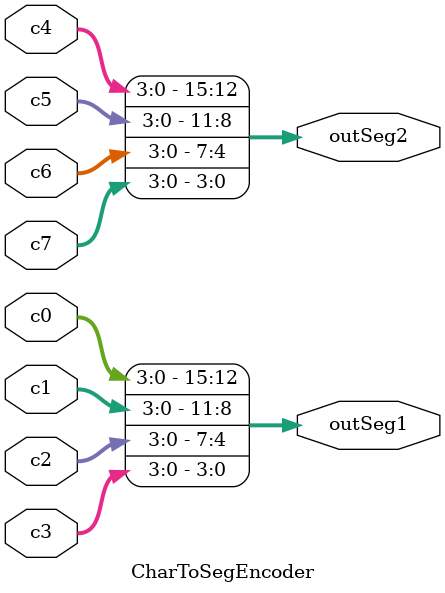
<source format=v>
`timescale 1ns / 1ps


module CharToSegEncoder(c0, c1, c2, c3, c4, c5, c6, c7, outSeg1, outSeg2);
    input [3:0] c0, c1, c2, c3, c4, c5, c6, c7;
    output [15:0] outSeg1, outSeg2;
    assign outSeg1 = {c0, c1, c2, c3};
    assign outSeg2 = {c4, c5, c6, c7};
endmodule

</source>
